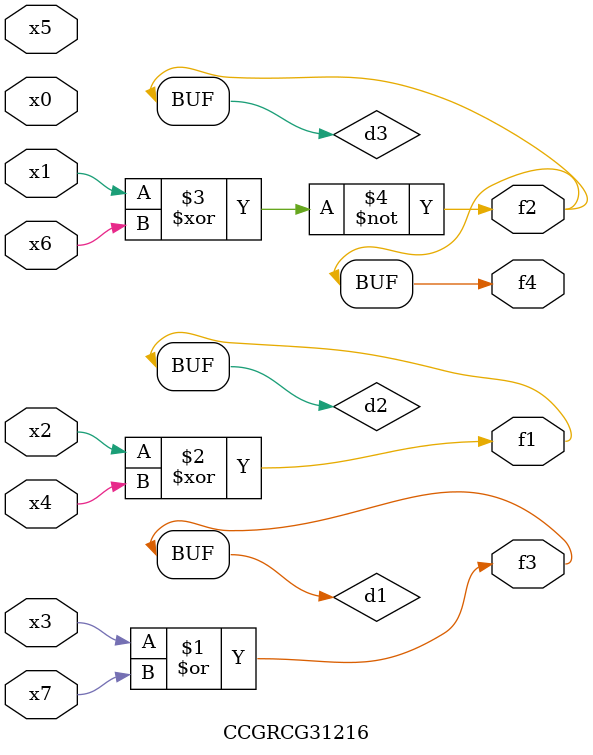
<source format=v>
module CCGRCG31216(
	input x0, x1, x2, x3, x4, x5, x6, x7,
	output f1, f2, f3, f4
);

	wire d1, d2, d3;

	or (d1, x3, x7);
	xor (d2, x2, x4);
	xnor (d3, x1, x6);
	assign f1 = d2;
	assign f2 = d3;
	assign f3 = d1;
	assign f4 = d3;
endmodule

</source>
